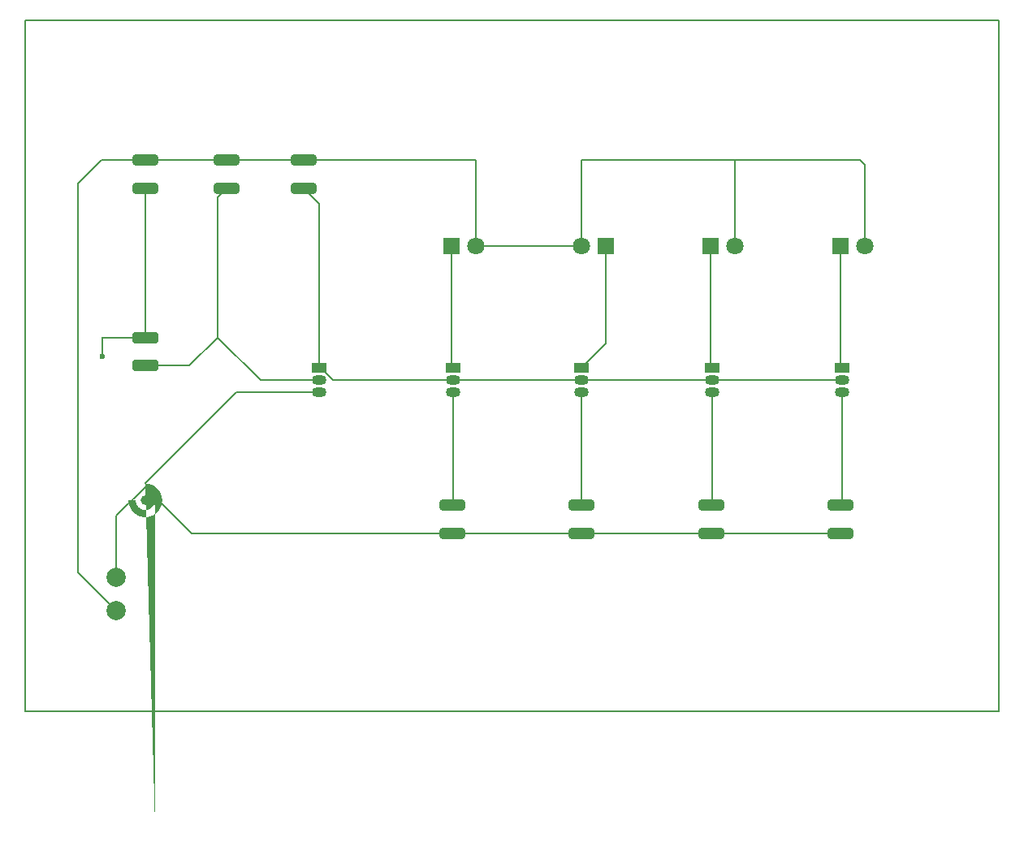
<source format=gbr>
%TF.GenerationSoftware,KiCad,Pcbnew,8.0.6*%
%TF.CreationDate,2024-11-05T10:43:43+02:00*%
%TF.ProjectId,led_control_system,6c65645f-636f-46e7-9472-6f6c5f737973,rev?*%
%TF.SameCoordinates,Original*%
%TF.FileFunction,Copper,L1,Top*%
%TF.FilePolarity,Positive*%
%FSLAX46Y46*%
G04 Gerber Fmt 4.6, Leading zero omitted, Abs format (unit mm)*
G04 Created by KiCad (PCBNEW 8.0.6) date 2024-11-05 10:43:43*
%MOMM*%
%LPD*%
G01*
G04 APERTURE LIST*
G04 Aperture macros list*
%AMRoundRect*
0 Rectangle with rounded corners*
0 $1 Rounding radius*
0 $2 $3 $4 $5 $6 $7 $8 $9 X,Y pos of 4 corners*
0 Add a 4 corners polygon primitive as box body*
4,1,4,$2,$3,$4,$5,$6,$7,$8,$9,$2,$3,0*
0 Add four circle primitives for the rounded corners*
1,1,$1+$1,$2,$3*
1,1,$1+$1,$4,$5*
1,1,$1+$1,$6,$7*
1,1,$1+$1,$8,$9*
0 Add four rect primitives between the rounded corners*
20,1,$1+$1,$2,$3,$4,$5,0*
20,1,$1+$1,$4,$5,$6,$7,0*
20,1,$1+$1,$6,$7,$8,$9,0*
20,1,$1+$1,$8,$9,$2,$3,0*%
%AMFreePoly0*
4,1,82,0.030893,0.370107,0.130778,0.370107,0.389412,0.331124,0.639347,0.254029,0.875000,0.140544,1.091107,-0.006795,1.282841,-0.184698,1.445918,-0.389190,1.576696,-0.615703,1.672252,-0.859178,1.730454,-1.114176,1.750000,-1.375000,1.730454,-1.635824,1.672252,-1.890822,1.576696,-2.134297,1.445918,-2.360810,1.282841,-2.565302,1.091107,-2.743205,0.875000,-2.890544,0.639347,-3.004029,
0.389412,-3.081124,0.130778,-3.120107,-0.130778,-3.120107,-0.389412,-3.081124,-0.639347,-3.004029,-0.875000,-2.890544,-1.091107,-2.743205,-1.282841,-2.565302,-1.445918,-2.360810,-1.576696,-2.134297,-1.672252,-1.890822,-1.730454,-1.635824,-1.750000,-1.375000,-1.004839,-1.375000,-0.985531,-1.571034,-0.928350,-1.759535,-0.835493,-1.933259,-0.710528,-2.085528,-0.558259,-2.210493,-0.384535,-2.303350,
-0.196034,-2.360531,0.000000,-2.379839,0.196034,-2.360531,0.384535,-2.303350,0.558259,-2.210493,0.710528,-2.085528,0.835493,-1.933259,0.928350,-1.759535,0.985531,-1.571034,1.004839,-1.375000,0.985531,-1.178966,0.928350,-0.990465,0.835493,-0.816741,0.710528,-0.664472,0.558259,-0.539507,0.384535,-0.446650,0.196034,-0.389469,0.018838,-0.372016,0.000000,-0.375000,-0.018838,-0.372016,
-0.196034,-0.389469,-0.384535,-0.446650,-0.558259,-0.539507,-0.710528,-0.664472,-0.835493,-0.816741,-0.928350,-0.990465,-0.985531,-1.178966,-1.004839,-1.375000,-1.750000,-1.375000,-1.730454,-1.114176,-1.672252,-0.859178,-1.576696,-0.615703,-1.445918,-0.389190,-1.282841,-0.184698,-1.091107,-0.006795,-0.875000,0.140544,-0.639347,0.254029,-0.389412,0.331124,-0.130778,0.370107,-0.030893,0.370107,
0.000000,0.375000,0.030893,0.370107,0.030893,0.370107,$1*%
G04 Aperture macros list end*
%TA.AperFunction,NonConductor*%
%ADD10C,0.200000*%
%TD*%
%TA.AperFunction,SMDPad,CuDef*%
%ADD11RoundRect,0.250000X-1.075000X0.312500X-1.075000X-0.312500X1.075000X-0.312500X1.075000X0.312500X0*%
%TD*%
%TA.AperFunction,ComponentPad*%
%ADD12R,1.500000X1.050000*%
%TD*%
%TA.AperFunction,ComponentPad*%
%ADD13O,1.500000X1.050000*%
%TD*%
%TA.AperFunction,ComponentPad*%
%ADD14R,1.800000X1.800000*%
%TD*%
%TA.AperFunction,ComponentPad*%
%ADD15C,1.800000*%
%TD*%
%TA.AperFunction,SMDPad,CuDef*%
%ADD16RoundRect,0.250000X-1.100000X0.325000X-1.100000X-0.325000X1.100000X-0.325000X1.100000X0.325000X0*%
%TD*%
%TA.AperFunction,SMDPad,CuDef*%
%ADD17FreePoly0,0.000000*%
%TD*%
%TA.AperFunction,SMDPad,CuDef*%
%ADD18C,1.000000*%
%TD*%
%TA.AperFunction,ViaPad*%
%ADD19C,0.600000*%
%TD*%
%TA.AperFunction,ViaPad*%
%ADD20C,2.000000*%
%TD*%
%TA.AperFunction,Conductor*%
%ADD21C,0.200000*%
%TD*%
G04 APERTURE END LIST*
D10*
X202000000Y-53000000D02*
X100500000Y-53000000D01*
X202000000Y-125000000D02*
X202000000Y-53000000D01*
X100500000Y-53000000D02*
X100500000Y-125000000D01*
X100500000Y-125000000D02*
X202000000Y-125000000D01*
D11*
%TO.P,R2,1*%
%TO.N,+9V*%
X121500000Y-67537500D03*
%TO.P,R2,2*%
%TO.N,Net-(Q1-B)*%
X121500000Y-70462500D03*
%TD*%
%TO.P,R4,1*%
%TO.N,Net-(Q2-E)*%
X145000000Y-103537500D03*
%TO.P,R4,2*%
%TO.N,GND*%
X145000000Y-106462500D03*
%TD*%
D12*
%TO.P,Q3,1,C*%
%TO.N,Net-(D2-K)*%
X158460000Y-89230000D03*
D13*
%TO.P,Q3,2,B*%
%TO.N,Net-(Q1-C)*%
X158460000Y-90500000D03*
%TO.P,Q3,3,E*%
%TO.N,Net-(Q3-E)*%
X158460000Y-91770000D03*
%TD*%
D12*
%TO.P,Q1,1,C*%
%TO.N,Net-(Q1-C)*%
X131140000Y-89230000D03*
D13*
%TO.P,Q1,2,B*%
%TO.N,Net-(Q1-B)*%
X131140000Y-90500000D03*
%TO.P,Q1,3,E*%
%TO.N,GND*%
X131140000Y-91770000D03*
%TD*%
D14*
%TO.P,D3,1,K*%
%TO.N,Net-(D3-K)*%
X171960000Y-76500000D03*
D15*
%TO.P,D3,2,A*%
%TO.N,+9V*%
X174500000Y-76500000D03*
%TD*%
D11*
%TO.P,R6,1*%
%TO.N,Net-(Q4-E)*%
X172000000Y-103537500D03*
%TO.P,R6,2*%
%TO.N,GND*%
X172000000Y-106462500D03*
%TD*%
D14*
%TO.P,D4,1,K*%
%TO.N,Net-(D4-K)*%
X185460000Y-76500000D03*
D15*
%TO.P,D4,2,A*%
%TO.N,+9V*%
X188000000Y-76500000D03*
%TD*%
D14*
%TO.P,D1,1,K*%
%TO.N,Net-(D1-K)*%
X144960000Y-76500000D03*
D15*
%TO.P,D1,2,A*%
%TO.N,+9V*%
X147500000Y-76500000D03*
%TD*%
D12*
%TO.P,Q4,1,C*%
%TO.N,Net-(D3-K)*%
X172140000Y-89230000D03*
D13*
%TO.P,Q4,2,B*%
%TO.N,Net-(Q1-C)*%
X172140000Y-90500000D03*
%TO.P,Q4,3,E*%
%TO.N,Net-(Q4-E)*%
X172140000Y-91770000D03*
%TD*%
D11*
%TO.P,R1,1*%
%TO.N,+9V*%
X113000000Y-67537500D03*
%TO.P,R1,2*%
%TO.N,Net-(MK1-+)*%
X113000000Y-70462500D03*
%TD*%
%TO.P,R5,1*%
%TO.N,Net-(Q3-E)*%
X158500000Y-103537500D03*
%TO.P,R5,2*%
%TO.N,GND*%
X158500000Y-106462500D03*
%TD*%
D12*
%TO.P,Q5,1,C*%
%TO.N,Net-(D4-K)*%
X185640000Y-89230000D03*
D13*
%TO.P,Q5,2,B*%
%TO.N,Net-(Q1-C)*%
X185640000Y-90500000D03*
%TO.P,Q5,3,E*%
%TO.N,Net-(Q5-E)*%
X185640000Y-91770000D03*
%TD*%
D16*
%TO.P,C1,1*%
%TO.N,Net-(MK1-+)*%
X113000000Y-86025000D03*
%TO.P,C1,2*%
%TO.N,Net-(Q1-B)*%
X113000000Y-88975000D03*
%TD*%
D11*
%TO.P,R3,1*%
%TO.N,+9V*%
X129500000Y-67537500D03*
%TO.P,R3,2*%
%TO.N,Net-(Q1-C)*%
X129500000Y-70462500D03*
%TD*%
D14*
%TO.P,D2,1,K*%
%TO.N,Net-(D2-K)*%
X161040000Y-76500000D03*
D15*
%TO.P,D2,2,A*%
%TO.N,+9V*%
X158500000Y-76500000D03*
%TD*%
D17*
%TO.P,MK1,1,-*%
%TO.N,GND*%
X113000000Y-101625000D03*
D18*
%TO.P,MK1,2,+*%
%TO.N,Net-(MK1-+)*%
X113000000Y-103000000D03*
%TD*%
D11*
%TO.P,R7,1*%
%TO.N,Net-(Q5-E)*%
X185500000Y-103537500D03*
%TO.P,R7,2*%
%TO.N,GND*%
X185500000Y-106462500D03*
%TD*%
D12*
%TO.P,Q2,1,C*%
%TO.N,Net-(D1-K)*%
X145140000Y-89230000D03*
D13*
%TO.P,Q2,2,B*%
%TO.N,Net-(Q1-C)*%
X145140000Y-90500000D03*
%TO.P,Q2,3,E*%
%TO.N,Net-(Q2-E)*%
X145140000Y-91770000D03*
%TD*%
D19*
%TO.N,Net-(MK1-+)*%
X108500000Y-88000000D03*
X113000000Y-103000000D03*
D20*
%TO.N,+9V*%
X110000000Y-114500000D03*
%TO.N,GND*%
X110000000Y-111000000D03*
%TD*%
D21*
%TO.N,Net-(Q1-B)*%
X131140000Y-90500000D02*
X125000000Y-90500000D01*
X125000000Y-90500000D02*
X120525000Y-86025000D01*
X120525000Y-86025000D02*
X117575000Y-88975000D01*
X120525000Y-71437500D02*
X120525000Y-86025000D01*
X121500000Y-70462500D02*
X120525000Y-71437500D01*
X117575000Y-88975000D02*
X113000000Y-88975000D01*
%TO.N,Net-(MK1-+)*%
X113000000Y-70462500D02*
X113000000Y-86025000D01*
X113000000Y-86025000D02*
X108525000Y-86025000D01*
X108500000Y-86000000D02*
X108500000Y-88000000D01*
X108525000Y-86025000D02*
X108500000Y-86000000D01*
%TO.N,+9V*%
X147500000Y-76500000D02*
X158500000Y-76500000D01*
X110000000Y-114500000D02*
X106000000Y-110500000D01*
X147500000Y-67500000D02*
X147500000Y-76500000D01*
X158500000Y-76500000D02*
X158500000Y-67500000D01*
X187500000Y-67500000D02*
X188000000Y-68000000D01*
X129500000Y-67537500D02*
X147462500Y-67537500D01*
X106000000Y-70000000D02*
X108462500Y-67537500D01*
X188000000Y-68000000D02*
X188000000Y-76500000D01*
X147462500Y-67537500D02*
X147500000Y-67500000D01*
X121500000Y-67537500D02*
X129500000Y-67537500D01*
X106000000Y-110500000D02*
X106000000Y-70000000D01*
X174500000Y-67500000D02*
X187500000Y-67500000D01*
X174500000Y-76500000D02*
X174500000Y-67500000D01*
X113000000Y-67537500D02*
X121500000Y-67537500D01*
X108462500Y-67537500D02*
X113000000Y-67537500D01*
X158500000Y-67500000D02*
X174500000Y-67500000D01*
%TO.N,Net-(D1-K)*%
X144960000Y-89050000D02*
X145140000Y-89230000D01*
X144960000Y-76500000D02*
X144960000Y-89050000D01*
%TO.N,Net-(D2-K)*%
X161040000Y-86650000D02*
X158460000Y-89230000D01*
X161040000Y-76500000D02*
X161040000Y-86650000D01*
%TO.N,Net-(D3-K)*%
X171960000Y-76500000D02*
X171960000Y-89050000D01*
X171960000Y-89050000D02*
X172140000Y-89230000D01*
%TO.N,Net-(D4-K)*%
X185460000Y-76500000D02*
X185460000Y-89050000D01*
X185460000Y-89050000D02*
X185640000Y-89230000D01*
%TO.N,GND*%
X110000000Y-111000000D02*
X110000000Y-104625000D01*
X131140000Y-91770000D02*
X122480000Y-91770000D01*
X122480000Y-91770000D02*
X113000000Y-101250000D01*
X145000000Y-106462500D02*
X117837500Y-106462500D01*
X117837500Y-106462500D02*
X113000000Y-101625000D01*
X172000000Y-106462500D02*
X158500000Y-106462500D01*
X185500000Y-106462500D02*
X172000000Y-106462500D01*
X158500000Y-106462500D02*
X145000000Y-106462500D01*
X110000000Y-104625000D02*
X113000000Y-101625000D01*
%TO.N,Net-(Q1-C)*%
X172140000Y-90500000D02*
X158460000Y-90500000D01*
X158460000Y-90500000D02*
X145140000Y-90500000D01*
X185640000Y-90500000D02*
X172140000Y-90500000D01*
X131140000Y-72102500D02*
X131140000Y-89230000D01*
X129500000Y-70462500D02*
X131140000Y-72102500D01*
X131261726Y-89230000D02*
X131140000Y-89230000D01*
X132531726Y-90500000D02*
X131261726Y-89230000D01*
X145140000Y-90500000D02*
X132531726Y-90500000D01*
%TO.N,Net-(Q2-E)*%
X145140000Y-103397500D02*
X145000000Y-103537500D01*
X145140000Y-91770000D02*
X145140000Y-103397500D01*
%TO.N,Net-(Q3-E)*%
X158460000Y-103497500D02*
X158500000Y-103537500D01*
X158460000Y-91770000D02*
X158460000Y-103497500D01*
%TO.N,Net-(Q4-E)*%
X172140000Y-103397500D02*
X172000000Y-103537500D01*
X172140000Y-91770000D02*
X172140000Y-103397500D01*
%TO.N,Net-(Q5-E)*%
X185640000Y-103397500D02*
X185500000Y-103537500D01*
X185640000Y-91770000D02*
X185640000Y-103397500D01*
%TD*%
M02*

</source>
